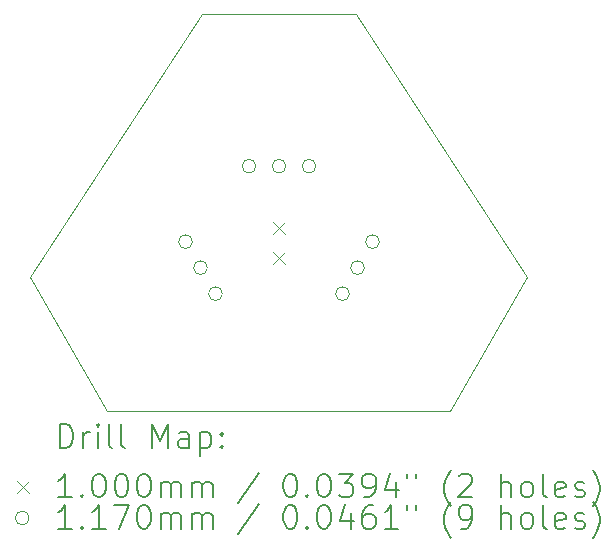
<source format=gbr>
%TF.GenerationSoftware,KiCad,Pcbnew,(6.0.7-1)-1*%
%TF.CreationDate,2022-12-01T13:28:54-08:00*%
%TF.ProjectId,can-hub-pcb,63616e2d-6875-4622-9d70-63622e6b6963,rev?*%
%TF.SameCoordinates,Original*%
%TF.FileFunction,Drillmap*%
%TF.FilePolarity,Positive*%
%FSLAX45Y45*%
G04 Gerber Fmt 4.5, Leading zero omitted, Abs format (unit mm)*
G04 Created by KiCad (PCBNEW (6.0.7-1)-1) date 2022-12-01 13:28:54*
%MOMM*%
%LPD*%
G01*
G04 APERTURE LIST*
%ADD10C,0.100000*%
%ADD11C,0.200000*%
%ADD12C,0.117000*%
G04 APERTURE END LIST*
D10*
X17200000Y-11370000D02*
X14290000Y-11370000D01*
X13640000Y-10240000D02*
X14290000Y-11370000D01*
X15100000Y-8010000D02*
X16400000Y-8010000D01*
X13640000Y-10240000D02*
X15100000Y-8010000D01*
X17850000Y-10240000D02*
X16400000Y-8010000D01*
X17200000Y-11370000D02*
X17850000Y-10240000D01*
D11*
D10*
X15700000Y-9773500D02*
X15800000Y-9873500D01*
X15800000Y-9773500D02*
X15700000Y-9873500D01*
X15700000Y-10027500D02*
X15800000Y-10127500D01*
X15800000Y-10027500D02*
X15700000Y-10127500D01*
D12*
X15016800Y-9939159D02*
G75*
G03*
X15016800Y-9939159I-58500J0D01*
G01*
X15143800Y-10159130D02*
G75*
G03*
X15143800Y-10159130I-58500J0D01*
G01*
X15270800Y-10379100D02*
G75*
G03*
X15270800Y-10379100I-58500J0D01*
G01*
X15554500Y-9300600D02*
G75*
G03*
X15554500Y-9300600I-58500J0D01*
G01*
X15808500Y-9300600D02*
G75*
G03*
X15808500Y-9300600I-58500J0D01*
G01*
X16062500Y-9300600D02*
G75*
G03*
X16062500Y-9300600I-58500J0D01*
G01*
X16346200Y-10379141D02*
G75*
G03*
X16346200Y-10379141I-58500J0D01*
G01*
X16473200Y-10159171D02*
G75*
G03*
X16473200Y-10159171I-58500J0D01*
G01*
X16600200Y-9939200D02*
G75*
G03*
X16600200Y-9939200I-58500J0D01*
G01*
D11*
X13892619Y-11685476D02*
X13892619Y-11485476D01*
X13940238Y-11485476D01*
X13968809Y-11495000D01*
X13987857Y-11514048D01*
X13997381Y-11533095D01*
X14006905Y-11571190D01*
X14006905Y-11599762D01*
X13997381Y-11637857D01*
X13987857Y-11656905D01*
X13968809Y-11675952D01*
X13940238Y-11685476D01*
X13892619Y-11685476D01*
X14092619Y-11685476D02*
X14092619Y-11552143D01*
X14092619Y-11590238D02*
X14102143Y-11571190D01*
X14111667Y-11561667D01*
X14130714Y-11552143D01*
X14149762Y-11552143D01*
X14216428Y-11685476D02*
X14216428Y-11552143D01*
X14216428Y-11485476D02*
X14206905Y-11495000D01*
X14216428Y-11504524D01*
X14225952Y-11495000D01*
X14216428Y-11485476D01*
X14216428Y-11504524D01*
X14340238Y-11685476D02*
X14321190Y-11675952D01*
X14311667Y-11656905D01*
X14311667Y-11485476D01*
X14445000Y-11685476D02*
X14425952Y-11675952D01*
X14416428Y-11656905D01*
X14416428Y-11485476D01*
X14673571Y-11685476D02*
X14673571Y-11485476D01*
X14740238Y-11628333D01*
X14806905Y-11485476D01*
X14806905Y-11685476D01*
X14987857Y-11685476D02*
X14987857Y-11580714D01*
X14978333Y-11561667D01*
X14959286Y-11552143D01*
X14921190Y-11552143D01*
X14902143Y-11561667D01*
X14987857Y-11675952D02*
X14968809Y-11685476D01*
X14921190Y-11685476D01*
X14902143Y-11675952D01*
X14892619Y-11656905D01*
X14892619Y-11637857D01*
X14902143Y-11618809D01*
X14921190Y-11609286D01*
X14968809Y-11609286D01*
X14987857Y-11599762D01*
X15083095Y-11552143D02*
X15083095Y-11752143D01*
X15083095Y-11561667D02*
X15102143Y-11552143D01*
X15140238Y-11552143D01*
X15159286Y-11561667D01*
X15168809Y-11571190D01*
X15178333Y-11590238D01*
X15178333Y-11647381D01*
X15168809Y-11666428D01*
X15159286Y-11675952D01*
X15140238Y-11685476D01*
X15102143Y-11685476D01*
X15083095Y-11675952D01*
X15264048Y-11666428D02*
X15273571Y-11675952D01*
X15264048Y-11685476D01*
X15254524Y-11675952D01*
X15264048Y-11666428D01*
X15264048Y-11685476D01*
X15264048Y-11561667D02*
X15273571Y-11571190D01*
X15264048Y-11580714D01*
X15254524Y-11571190D01*
X15264048Y-11561667D01*
X15264048Y-11580714D01*
D10*
X13535000Y-11965000D02*
X13635000Y-12065000D01*
X13635000Y-11965000D02*
X13535000Y-12065000D01*
D11*
X13997381Y-12105476D02*
X13883095Y-12105476D01*
X13940238Y-12105476D02*
X13940238Y-11905476D01*
X13921190Y-11934048D01*
X13902143Y-11953095D01*
X13883095Y-11962619D01*
X14083095Y-12086428D02*
X14092619Y-12095952D01*
X14083095Y-12105476D01*
X14073571Y-12095952D01*
X14083095Y-12086428D01*
X14083095Y-12105476D01*
X14216428Y-11905476D02*
X14235476Y-11905476D01*
X14254524Y-11915000D01*
X14264048Y-11924524D01*
X14273571Y-11943571D01*
X14283095Y-11981667D01*
X14283095Y-12029286D01*
X14273571Y-12067381D01*
X14264048Y-12086428D01*
X14254524Y-12095952D01*
X14235476Y-12105476D01*
X14216428Y-12105476D01*
X14197381Y-12095952D01*
X14187857Y-12086428D01*
X14178333Y-12067381D01*
X14168809Y-12029286D01*
X14168809Y-11981667D01*
X14178333Y-11943571D01*
X14187857Y-11924524D01*
X14197381Y-11915000D01*
X14216428Y-11905476D01*
X14406905Y-11905476D02*
X14425952Y-11905476D01*
X14445000Y-11915000D01*
X14454524Y-11924524D01*
X14464048Y-11943571D01*
X14473571Y-11981667D01*
X14473571Y-12029286D01*
X14464048Y-12067381D01*
X14454524Y-12086428D01*
X14445000Y-12095952D01*
X14425952Y-12105476D01*
X14406905Y-12105476D01*
X14387857Y-12095952D01*
X14378333Y-12086428D01*
X14368809Y-12067381D01*
X14359286Y-12029286D01*
X14359286Y-11981667D01*
X14368809Y-11943571D01*
X14378333Y-11924524D01*
X14387857Y-11915000D01*
X14406905Y-11905476D01*
X14597381Y-11905476D02*
X14616428Y-11905476D01*
X14635476Y-11915000D01*
X14645000Y-11924524D01*
X14654524Y-11943571D01*
X14664048Y-11981667D01*
X14664048Y-12029286D01*
X14654524Y-12067381D01*
X14645000Y-12086428D01*
X14635476Y-12095952D01*
X14616428Y-12105476D01*
X14597381Y-12105476D01*
X14578333Y-12095952D01*
X14568809Y-12086428D01*
X14559286Y-12067381D01*
X14549762Y-12029286D01*
X14549762Y-11981667D01*
X14559286Y-11943571D01*
X14568809Y-11924524D01*
X14578333Y-11915000D01*
X14597381Y-11905476D01*
X14749762Y-12105476D02*
X14749762Y-11972143D01*
X14749762Y-11991190D02*
X14759286Y-11981667D01*
X14778333Y-11972143D01*
X14806905Y-11972143D01*
X14825952Y-11981667D01*
X14835476Y-12000714D01*
X14835476Y-12105476D01*
X14835476Y-12000714D02*
X14845000Y-11981667D01*
X14864048Y-11972143D01*
X14892619Y-11972143D01*
X14911667Y-11981667D01*
X14921190Y-12000714D01*
X14921190Y-12105476D01*
X15016428Y-12105476D02*
X15016428Y-11972143D01*
X15016428Y-11991190D02*
X15025952Y-11981667D01*
X15045000Y-11972143D01*
X15073571Y-11972143D01*
X15092619Y-11981667D01*
X15102143Y-12000714D01*
X15102143Y-12105476D01*
X15102143Y-12000714D02*
X15111667Y-11981667D01*
X15130714Y-11972143D01*
X15159286Y-11972143D01*
X15178333Y-11981667D01*
X15187857Y-12000714D01*
X15187857Y-12105476D01*
X15578333Y-11895952D02*
X15406905Y-12153095D01*
X15835476Y-11905476D02*
X15854524Y-11905476D01*
X15873571Y-11915000D01*
X15883095Y-11924524D01*
X15892619Y-11943571D01*
X15902143Y-11981667D01*
X15902143Y-12029286D01*
X15892619Y-12067381D01*
X15883095Y-12086428D01*
X15873571Y-12095952D01*
X15854524Y-12105476D01*
X15835476Y-12105476D01*
X15816428Y-12095952D01*
X15806905Y-12086428D01*
X15797381Y-12067381D01*
X15787857Y-12029286D01*
X15787857Y-11981667D01*
X15797381Y-11943571D01*
X15806905Y-11924524D01*
X15816428Y-11915000D01*
X15835476Y-11905476D01*
X15987857Y-12086428D02*
X15997381Y-12095952D01*
X15987857Y-12105476D01*
X15978333Y-12095952D01*
X15987857Y-12086428D01*
X15987857Y-12105476D01*
X16121190Y-11905476D02*
X16140238Y-11905476D01*
X16159286Y-11915000D01*
X16168809Y-11924524D01*
X16178333Y-11943571D01*
X16187857Y-11981667D01*
X16187857Y-12029286D01*
X16178333Y-12067381D01*
X16168809Y-12086428D01*
X16159286Y-12095952D01*
X16140238Y-12105476D01*
X16121190Y-12105476D01*
X16102143Y-12095952D01*
X16092619Y-12086428D01*
X16083095Y-12067381D01*
X16073571Y-12029286D01*
X16073571Y-11981667D01*
X16083095Y-11943571D01*
X16092619Y-11924524D01*
X16102143Y-11915000D01*
X16121190Y-11905476D01*
X16254524Y-11905476D02*
X16378333Y-11905476D01*
X16311667Y-11981667D01*
X16340238Y-11981667D01*
X16359286Y-11991190D01*
X16368809Y-12000714D01*
X16378333Y-12019762D01*
X16378333Y-12067381D01*
X16368809Y-12086428D01*
X16359286Y-12095952D01*
X16340238Y-12105476D01*
X16283095Y-12105476D01*
X16264048Y-12095952D01*
X16254524Y-12086428D01*
X16473571Y-12105476D02*
X16511667Y-12105476D01*
X16530714Y-12095952D01*
X16540238Y-12086428D01*
X16559286Y-12057857D01*
X16568809Y-12019762D01*
X16568809Y-11943571D01*
X16559286Y-11924524D01*
X16549762Y-11915000D01*
X16530714Y-11905476D01*
X16492619Y-11905476D01*
X16473571Y-11915000D01*
X16464048Y-11924524D01*
X16454524Y-11943571D01*
X16454524Y-11991190D01*
X16464048Y-12010238D01*
X16473571Y-12019762D01*
X16492619Y-12029286D01*
X16530714Y-12029286D01*
X16549762Y-12019762D01*
X16559286Y-12010238D01*
X16568809Y-11991190D01*
X16740238Y-11972143D02*
X16740238Y-12105476D01*
X16692619Y-11895952D02*
X16645000Y-12038809D01*
X16768809Y-12038809D01*
X16835476Y-11905476D02*
X16835476Y-11943571D01*
X16911667Y-11905476D02*
X16911667Y-11943571D01*
X17206905Y-12181667D02*
X17197381Y-12172143D01*
X17178333Y-12143571D01*
X17168810Y-12124524D01*
X17159286Y-12095952D01*
X17149762Y-12048333D01*
X17149762Y-12010238D01*
X17159286Y-11962619D01*
X17168810Y-11934048D01*
X17178333Y-11915000D01*
X17197381Y-11886428D01*
X17206905Y-11876905D01*
X17273571Y-11924524D02*
X17283095Y-11915000D01*
X17302143Y-11905476D01*
X17349762Y-11905476D01*
X17368810Y-11915000D01*
X17378333Y-11924524D01*
X17387857Y-11943571D01*
X17387857Y-11962619D01*
X17378333Y-11991190D01*
X17264048Y-12105476D01*
X17387857Y-12105476D01*
X17625952Y-12105476D02*
X17625952Y-11905476D01*
X17711667Y-12105476D02*
X17711667Y-12000714D01*
X17702143Y-11981667D01*
X17683095Y-11972143D01*
X17654524Y-11972143D01*
X17635476Y-11981667D01*
X17625952Y-11991190D01*
X17835476Y-12105476D02*
X17816429Y-12095952D01*
X17806905Y-12086428D01*
X17797381Y-12067381D01*
X17797381Y-12010238D01*
X17806905Y-11991190D01*
X17816429Y-11981667D01*
X17835476Y-11972143D01*
X17864048Y-11972143D01*
X17883095Y-11981667D01*
X17892619Y-11991190D01*
X17902143Y-12010238D01*
X17902143Y-12067381D01*
X17892619Y-12086428D01*
X17883095Y-12095952D01*
X17864048Y-12105476D01*
X17835476Y-12105476D01*
X18016429Y-12105476D02*
X17997381Y-12095952D01*
X17987857Y-12076905D01*
X17987857Y-11905476D01*
X18168810Y-12095952D02*
X18149762Y-12105476D01*
X18111667Y-12105476D01*
X18092619Y-12095952D01*
X18083095Y-12076905D01*
X18083095Y-12000714D01*
X18092619Y-11981667D01*
X18111667Y-11972143D01*
X18149762Y-11972143D01*
X18168810Y-11981667D01*
X18178333Y-12000714D01*
X18178333Y-12019762D01*
X18083095Y-12038809D01*
X18254524Y-12095952D02*
X18273571Y-12105476D01*
X18311667Y-12105476D01*
X18330714Y-12095952D01*
X18340238Y-12076905D01*
X18340238Y-12067381D01*
X18330714Y-12048333D01*
X18311667Y-12038809D01*
X18283095Y-12038809D01*
X18264048Y-12029286D01*
X18254524Y-12010238D01*
X18254524Y-12000714D01*
X18264048Y-11981667D01*
X18283095Y-11972143D01*
X18311667Y-11972143D01*
X18330714Y-11981667D01*
X18406905Y-12181667D02*
X18416429Y-12172143D01*
X18435476Y-12143571D01*
X18445000Y-12124524D01*
X18454524Y-12095952D01*
X18464048Y-12048333D01*
X18464048Y-12010238D01*
X18454524Y-11962619D01*
X18445000Y-11934048D01*
X18435476Y-11915000D01*
X18416429Y-11886428D01*
X18406905Y-11876905D01*
D12*
X13635000Y-12279000D02*
G75*
G03*
X13635000Y-12279000I-58500J0D01*
G01*
D11*
X13997381Y-12369476D02*
X13883095Y-12369476D01*
X13940238Y-12369476D02*
X13940238Y-12169476D01*
X13921190Y-12198048D01*
X13902143Y-12217095D01*
X13883095Y-12226619D01*
X14083095Y-12350428D02*
X14092619Y-12359952D01*
X14083095Y-12369476D01*
X14073571Y-12359952D01*
X14083095Y-12350428D01*
X14083095Y-12369476D01*
X14283095Y-12369476D02*
X14168809Y-12369476D01*
X14225952Y-12369476D02*
X14225952Y-12169476D01*
X14206905Y-12198048D01*
X14187857Y-12217095D01*
X14168809Y-12226619D01*
X14349762Y-12169476D02*
X14483095Y-12169476D01*
X14397381Y-12369476D01*
X14597381Y-12169476D02*
X14616428Y-12169476D01*
X14635476Y-12179000D01*
X14645000Y-12188524D01*
X14654524Y-12207571D01*
X14664048Y-12245667D01*
X14664048Y-12293286D01*
X14654524Y-12331381D01*
X14645000Y-12350428D01*
X14635476Y-12359952D01*
X14616428Y-12369476D01*
X14597381Y-12369476D01*
X14578333Y-12359952D01*
X14568809Y-12350428D01*
X14559286Y-12331381D01*
X14549762Y-12293286D01*
X14549762Y-12245667D01*
X14559286Y-12207571D01*
X14568809Y-12188524D01*
X14578333Y-12179000D01*
X14597381Y-12169476D01*
X14749762Y-12369476D02*
X14749762Y-12236143D01*
X14749762Y-12255190D02*
X14759286Y-12245667D01*
X14778333Y-12236143D01*
X14806905Y-12236143D01*
X14825952Y-12245667D01*
X14835476Y-12264714D01*
X14835476Y-12369476D01*
X14835476Y-12264714D02*
X14845000Y-12245667D01*
X14864048Y-12236143D01*
X14892619Y-12236143D01*
X14911667Y-12245667D01*
X14921190Y-12264714D01*
X14921190Y-12369476D01*
X15016428Y-12369476D02*
X15016428Y-12236143D01*
X15016428Y-12255190D02*
X15025952Y-12245667D01*
X15045000Y-12236143D01*
X15073571Y-12236143D01*
X15092619Y-12245667D01*
X15102143Y-12264714D01*
X15102143Y-12369476D01*
X15102143Y-12264714D02*
X15111667Y-12245667D01*
X15130714Y-12236143D01*
X15159286Y-12236143D01*
X15178333Y-12245667D01*
X15187857Y-12264714D01*
X15187857Y-12369476D01*
X15578333Y-12159952D02*
X15406905Y-12417095D01*
X15835476Y-12169476D02*
X15854524Y-12169476D01*
X15873571Y-12179000D01*
X15883095Y-12188524D01*
X15892619Y-12207571D01*
X15902143Y-12245667D01*
X15902143Y-12293286D01*
X15892619Y-12331381D01*
X15883095Y-12350428D01*
X15873571Y-12359952D01*
X15854524Y-12369476D01*
X15835476Y-12369476D01*
X15816428Y-12359952D01*
X15806905Y-12350428D01*
X15797381Y-12331381D01*
X15787857Y-12293286D01*
X15787857Y-12245667D01*
X15797381Y-12207571D01*
X15806905Y-12188524D01*
X15816428Y-12179000D01*
X15835476Y-12169476D01*
X15987857Y-12350428D02*
X15997381Y-12359952D01*
X15987857Y-12369476D01*
X15978333Y-12359952D01*
X15987857Y-12350428D01*
X15987857Y-12369476D01*
X16121190Y-12169476D02*
X16140238Y-12169476D01*
X16159286Y-12179000D01*
X16168809Y-12188524D01*
X16178333Y-12207571D01*
X16187857Y-12245667D01*
X16187857Y-12293286D01*
X16178333Y-12331381D01*
X16168809Y-12350428D01*
X16159286Y-12359952D01*
X16140238Y-12369476D01*
X16121190Y-12369476D01*
X16102143Y-12359952D01*
X16092619Y-12350428D01*
X16083095Y-12331381D01*
X16073571Y-12293286D01*
X16073571Y-12245667D01*
X16083095Y-12207571D01*
X16092619Y-12188524D01*
X16102143Y-12179000D01*
X16121190Y-12169476D01*
X16359286Y-12236143D02*
X16359286Y-12369476D01*
X16311667Y-12159952D02*
X16264048Y-12302809D01*
X16387857Y-12302809D01*
X16549762Y-12169476D02*
X16511667Y-12169476D01*
X16492619Y-12179000D01*
X16483095Y-12188524D01*
X16464048Y-12217095D01*
X16454524Y-12255190D01*
X16454524Y-12331381D01*
X16464048Y-12350428D01*
X16473571Y-12359952D01*
X16492619Y-12369476D01*
X16530714Y-12369476D01*
X16549762Y-12359952D01*
X16559286Y-12350428D01*
X16568809Y-12331381D01*
X16568809Y-12283762D01*
X16559286Y-12264714D01*
X16549762Y-12255190D01*
X16530714Y-12245667D01*
X16492619Y-12245667D01*
X16473571Y-12255190D01*
X16464048Y-12264714D01*
X16454524Y-12283762D01*
X16759286Y-12369476D02*
X16645000Y-12369476D01*
X16702143Y-12369476D02*
X16702143Y-12169476D01*
X16683095Y-12198048D01*
X16664048Y-12217095D01*
X16645000Y-12226619D01*
X16835476Y-12169476D02*
X16835476Y-12207571D01*
X16911667Y-12169476D02*
X16911667Y-12207571D01*
X17206905Y-12445667D02*
X17197381Y-12436143D01*
X17178333Y-12407571D01*
X17168810Y-12388524D01*
X17159286Y-12359952D01*
X17149762Y-12312333D01*
X17149762Y-12274238D01*
X17159286Y-12226619D01*
X17168810Y-12198048D01*
X17178333Y-12179000D01*
X17197381Y-12150428D01*
X17206905Y-12140905D01*
X17292619Y-12369476D02*
X17330714Y-12369476D01*
X17349762Y-12359952D01*
X17359286Y-12350428D01*
X17378333Y-12321857D01*
X17387857Y-12283762D01*
X17387857Y-12207571D01*
X17378333Y-12188524D01*
X17368810Y-12179000D01*
X17349762Y-12169476D01*
X17311667Y-12169476D01*
X17292619Y-12179000D01*
X17283095Y-12188524D01*
X17273571Y-12207571D01*
X17273571Y-12255190D01*
X17283095Y-12274238D01*
X17292619Y-12283762D01*
X17311667Y-12293286D01*
X17349762Y-12293286D01*
X17368810Y-12283762D01*
X17378333Y-12274238D01*
X17387857Y-12255190D01*
X17625952Y-12369476D02*
X17625952Y-12169476D01*
X17711667Y-12369476D02*
X17711667Y-12264714D01*
X17702143Y-12245667D01*
X17683095Y-12236143D01*
X17654524Y-12236143D01*
X17635476Y-12245667D01*
X17625952Y-12255190D01*
X17835476Y-12369476D02*
X17816429Y-12359952D01*
X17806905Y-12350428D01*
X17797381Y-12331381D01*
X17797381Y-12274238D01*
X17806905Y-12255190D01*
X17816429Y-12245667D01*
X17835476Y-12236143D01*
X17864048Y-12236143D01*
X17883095Y-12245667D01*
X17892619Y-12255190D01*
X17902143Y-12274238D01*
X17902143Y-12331381D01*
X17892619Y-12350428D01*
X17883095Y-12359952D01*
X17864048Y-12369476D01*
X17835476Y-12369476D01*
X18016429Y-12369476D02*
X17997381Y-12359952D01*
X17987857Y-12340905D01*
X17987857Y-12169476D01*
X18168810Y-12359952D02*
X18149762Y-12369476D01*
X18111667Y-12369476D01*
X18092619Y-12359952D01*
X18083095Y-12340905D01*
X18083095Y-12264714D01*
X18092619Y-12245667D01*
X18111667Y-12236143D01*
X18149762Y-12236143D01*
X18168810Y-12245667D01*
X18178333Y-12264714D01*
X18178333Y-12283762D01*
X18083095Y-12302809D01*
X18254524Y-12359952D02*
X18273571Y-12369476D01*
X18311667Y-12369476D01*
X18330714Y-12359952D01*
X18340238Y-12340905D01*
X18340238Y-12331381D01*
X18330714Y-12312333D01*
X18311667Y-12302809D01*
X18283095Y-12302809D01*
X18264048Y-12293286D01*
X18254524Y-12274238D01*
X18254524Y-12264714D01*
X18264048Y-12245667D01*
X18283095Y-12236143D01*
X18311667Y-12236143D01*
X18330714Y-12245667D01*
X18406905Y-12445667D02*
X18416429Y-12436143D01*
X18435476Y-12407571D01*
X18445000Y-12388524D01*
X18454524Y-12359952D01*
X18464048Y-12312333D01*
X18464048Y-12274238D01*
X18454524Y-12226619D01*
X18445000Y-12198048D01*
X18435476Y-12179000D01*
X18416429Y-12150428D01*
X18406905Y-12140905D01*
M02*

</source>
